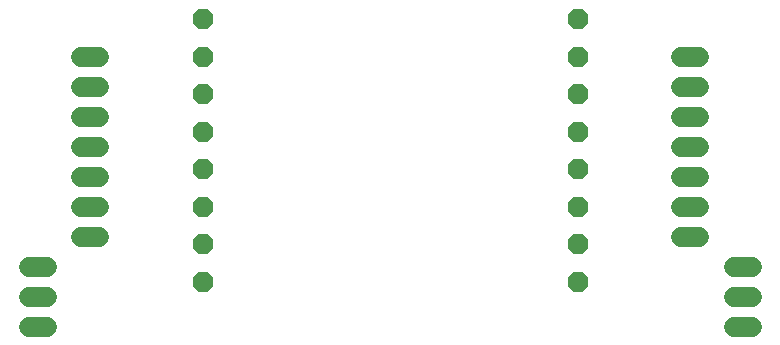
<source format=gbr>
G04 EAGLE Gerber RS-274X export*
G75*
%MOMM*%
%FSLAX34Y34*%
%LPD*%
%INSoldermask Bottom*%
%IPPOS*%
%AMOC8*
5,1,8,0,0,1.08239X$1,22.5*%
G01*
%ADD10C,1.727200*%
%ADD11P,1.869504X8X22.500000*%


D10*
X74930Y266700D02*
X90170Y266700D01*
X90170Y241300D02*
X74930Y241300D01*
X74930Y215900D02*
X90170Y215900D01*
X90170Y190500D02*
X74930Y190500D01*
X74930Y165100D02*
X90170Y165100D01*
X90170Y139700D02*
X74930Y139700D01*
X74930Y114300D02*
X90170Y114300D01*
D11*
X177800Y139700D03*
X177800Y107950D03*
X177800Y76200D03*
X495300Y76200D03*
X495300Y107950D03*
X495300Y139700D03*
X495300Y171450D03*
X495300Y203200D03*
X495300Y234950D03*
X495300Y266700D03*
D10*
X582930Y266700D02*
X598170Y266700D01*
X598170Y241300D02*
X582930Y241300D01*
X582930Y215900D02*
X598170Y215900D01*
X598170Y190500D02*
X582930Y190500D01*
X582930Y165100D02*
X598170Y165100D01*
X598170Y139700D02*
X582930Y139700D01*
X582930Y114300D02*
X598170Y114300D01*
D11*
X495300Y298450D03*
D10*
X627380Y88900D02*
X642620Y88900D01*
X642620Y63500D02*
X627380Y63500D01*
X627380Y38100D02*
X642620Y38100D01*
X45720Y88900D02*
X30480Y88900D01*
X30480Y63500D02*
X45720Y63500D01*
X45720Y38100D02*
X30480Y38100D01*
D11*
X177800Y298450D03*
X177800Y266700D03*
X177800Y234950D03*
X177800Y203200D03*
X177800Y171450D03*
M02*

</source>
